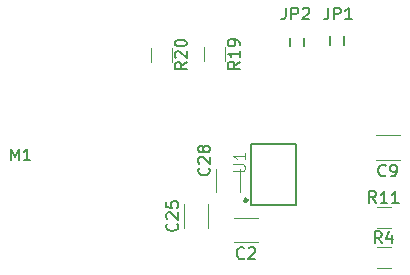
<source format=gto>
G04 #@! TF.FileFunction,Legend,Top*
%FSLAX46Y46*%
G04 Gerber Fmt 4.6, Leading zero omitted, Abs format (unit mm)*
G04 Created by KiCad (PCBNEW 4.0.4-stable) date 06/13/17 21:08:50*
%MOMM*%
%LPD*%
G01*
G04 APERTURE LIST*
%ADD10C,0.100000*%
%ADD11C,0.120000*%
%ADD12C,0.127000*%
%ADD13C,0.304800*%
%ADD14C,0.150000*%
%ADD15C,0.050000*%
G04 APERTURE END LIST*
D10*
D11*
X183900000Y-123580000D02*
X181900000Y-123580000D01*
X181900000Y-125620000D02*
X183900000Y-125620000D01*
X193900000Y-118620000D02*
X195900000Y-118620000D01*
X195900000Y-116580000D02*
X193900000Y-116580000D01*
X179720000Y-124400000D02*
X179720000Y-122400000D01*
X177680000Y-122400000D02*
X177680000Y-124400000D01*
X180380000Y-119400000D02*
X180380000Y-121400000D01*
X182420000Y-121400000D02*
X182420000Y-119400000D01*
X195150000Y-127780000D02*
X193950000Y-127780000D01*
X193950000Y-126020000D02*
X195150000Y-126020000D01*
X195150000Y-124380000D02*
X193950000Y-124380000D01*
X193950000Y-122620000D02*
X195150000Y-122620000D01*
X179380790Y-110309636D02*
X179380790Y-109109636D01*
X181140790Y-109109636D02*
X181140790Y-110309636D01*
X174877100Y-110336752D02*
X174877100Y-109136752D01*
X176637100Y-109136752D02*
X176637100Y-110336752D01*
D12*
X183293500Y-122474000D02*
X187093500Y-122474000D01*
X187093500Y-122474000D02*
X187093500Y-117274000D01*
X187093500Y-117274000D02*
X183293500Y-117274000D01*
X183293500Y-117274000D02*
X183293500Y-122474000D01*
D13*
X182993500Y-122074000D02*
G75*
G03X182993500Y-122074000I-100000J0D01*
G01*
D14*
X190000000Y-108900000D02*
X190000000Y-108200000D01*
X191200000Y-108200000D02*
X191200000Y-108900000D01*
X186600000Y-109000000D02*
X186600000Y-108300000D01*
X187800000Y-108300000D02*
X187800000Y-109000000D01*
X162970476Y-118687381D02*
X162970476Y-117687381D01*
X163303810Y-118401667D01*
X163637143Y-117687381D01*
X163637143Y-118687381D01*
X164637143Y-118687381D02*
X164065714Y-118687381D01*
X164351428Y-118687381D02*
X164351428Y-117687381D01*
X164256190Y-117830238D01*
X164160952Y-117925476D01*
X164065714Y-117973095D01*
X182733334Y-126957143D02*
X182685715Y-127004762D01*
X182542858Y-127052381D01*
X182447620Y-127052381D01*
X182304762Y-127004762D01*
X182209524Y-126909524D01*
X182161905Y-126814286D01*
X182114286Y-126623810D01*
X182114286Y-126480952D01*
X182161905Y-126290476D01*
X182209524Y-126195238D01*
X182304762Y-126100000D01*
X182447620Y-126052381D01*
X182542858Y-126052381D01*
X182685715Y-126100000D01*
X182733334Y-126147619D01*
X183114286Y-126147619D02*
X183161905Y-126100000D01*
X183257143Y-126052381D01*
X183495239Y-126052381D01*
X183590477Y-126100000D01*
X183638096Y-126147619D01*
X183685715Y-126242857D01*
X183685715Y-126338095D01*
X183638096Y-126480952D01*
X183066667Y-127052381D01*
X183685715Y-127052381D01*
X194733334Y-119957143D02*
X194685715Y-120004762D01*
X194542858Y-120052381D01*
X194447620Y-120052381D01*
X194304762Y-120004762D01*
X194209524Y-119909524D01*
X194161905Y-119814286D01*
X194114286Y-119623810D01*
X194114286Y-119480952D01*
X194161905Y-119290476D01*
X194209524Y-119195238D01*
X194304762Y-119100000D01*
X194447620Y-119052381D01*
X194542858Y-119052381D01*
X194685715Y-119100000D01*
X194733334Y-119147619D01*
X195209524Y-120052381D02*
X195400000Y-120052381D01*
X195495239Y-120004762D01*
X195542858Y-119957143D01*
X195638096Y-119814286D01*
X195685715Y-119623810D01*
X195685715Y-119242857D01*
X195638096Y-119147619D01*
X195590477Y-119100000D01*
X195495239Y-119052381D01*
X195304762Y-119052381D01*
X195209524Y-119100000D01*
X195161905Y-119147619D01*
X195114286Y-119242857D01*
X195114286Y-119480952D01*
X195161905Y-119576190D01*
X195209524Y-119623810D01*
X195304762Y-119671429D01*
X195495239Y-119671429D01*
X195590477Y-119623810D01*
X195638096Y-119576190D01*
X195685715Y-119480952D01*
X177057143Y-124042857D02*
X177104762Y-124090476D01*
X177152381Y-124233333D01*
X177152381Y-124328571D01*
X177104762Y-124471429D01*
X177009524Y-124566667D01*
X176914286Y-124614286D01*
X176723810Y-124661905D01*
X176580952Y-124661905D01*
X176390476Y-124614286D01*
X176295238Y-124566667D01*
X176200000Y-124471429D01*
X176152381Y-124328571D01*
X176152381Y-124233333D01*
X176200000Y-124090476D01*
X176247619Y-124042857D01*
X176247619Y-123661905D02*
X176200000Y-123614286D01*
X176152381Y-123519048D01*
X176152381Y-123280952D01*
X176200000Y-123185714D01*
X176247619Y-123138095D01*
X176342857Y-123090476D01*
X176438095Y-123090476D01*
X176580952Y-123138095D01*
X177152381Y-123709524D01*
X177152381Y-123090476D01*
X176152381Y-122185714D02*
X176152381Y-122661905D01*
X176628571Y-122709524D01*
X176580952Y-122661905D01*
X176533333Y-122566667D01*
X176533333Y-122328571D01*
X176580952Y-122233333D01*
X176628571Y-122185714D01*
X176723810Y-122138095D01*
X176961905Y-122138095D01*
X177057143Y-122185714D01*
X177104762Y-122233333D01*
X177152381Y-122328571D01*
X177152381Y-122566667D01*
X177104762Y-122661905D01*
X177057143Y-122709524D01*
X179757143Y-119342857D02*
X179804762Y-119390476D01*
X179852381Y-119533333D01*
X179852381Y-119628571D01*
X179804762Y-119771429D01*
X179709524Y-119866667D01*
X179614286Y-119914286D01*
X179423810Y-119961905D01*
X179280952Y-119961905D01*
X179090476Y-119914286D01*
X178995238Y-119866667D01*
X178900000Y-119771429D01*
X178852381Y-119628571D01*
X178852381Y-119533333D01*
X178900000Y-119390476D01*
X178947619Y-119342857D01*
X178947619Y-118961905D02*
X178900000Y-118914286D01*
X178852381Y-118819048D01*
X178852381Y-118580952D01*
X178900000Y-118485714D01*
X178947619Y-118438095D01*
X179042857Y-118390476D01*
X179138095Y-118390476D01*
X179280952Y-118438095D01*
X179852381Y-119009524D01*
X179852381Y-118390476D01*
X179280952Y-117819048D02*
X179233333Y-117914286D01*
X179185714Y-117961905D01*
X179090476Y-118009524D01*
X179042857Y-118009524D01*
X178947619Y-117961905D01*
X178900000Y-117914286D01*
X178852381Y-117819048D01*
X178852381Y-117628571D01*
X178900000Y-117533333D01*
X178947619Y-117485714D01*
X179042857Y-117438095D01*
X179090476Y-117438095D01*
X179185714Y-117485714D01*
X179233333Y-117533333D01*
X179280952Y-117628571D01*
X179280952Y-117819048D01*
X179328571Y-117914286D01*
X179376190Y-117961905D01*
X179471429Y-118009524D01*
X179661905Y-118009524D01*
X179757143Y-117961905D01*
X179804762Y-117914286D01*
X179852381Y-117819048D01*
X179852381Y-117628571D01*
X179804762Y-117533333D01*
X179757143Y-117485714D01*
X179661905Y-117438095D01*
X179471429Y-117438095D01*
X179376190Y-117485714D01*
X179328571Y-117533333D01*
X179280952Y-117628571D01*
X194383334Y-125702381D02*
X194050000Y-125226190D01*
X193811905Y-125702381D02*
X193811905Y-124702381D01*
X194192858Y-124702381D01*
X194288096Y-124750000D01*
X194335715Y-124797619D01*
X194383334Y-124892857D01*
X194383334Y-125035714D01*
X194335715Y-125130952D01*
X194288096Y-125178571D01*
X194192858Y-125226190D01*
X193811905Y-125226190D01*
X195240477Y-125035714D02*
X195240477Y-125702381D01*
X195002381Y-124654762D02*
X194764286Y-125369048D01*
X195383334Y-125369048D01*
X193907143Y-122302381D02*
X193573809Y-121826190D01*
X193335714Y-122302381D02*
X193335714Y-121302381D01*
X193716667Y-121302381D01*
X193811905Y-121350000D01*
X193859524Y-121397619D01*
X193907143Y-121492857D01*
X193907143Y-121635714D01*
X193859524Y-121730952D01*
X193811905Y-121778571D01*
X193716667Y-121826190D01*
X193335714Y-121826190D01*
X194859524Y-122302381D02*
X194288095Y-122302381D01*
X194573809Y-122302381D02*
X194573809Y-121302381D01*
X194478571Y-121445238D01*
X194383333Y-121540476D01*
X194288095Y-121588095D01*
X195811905Y-122302381D02*
X195240476Y-122302381D01*
X195526190Y-122302381D02*
X195526190Y-121302381D01*
X195430952Y-121445238D01*
X195335714Y-121540476D01*
X195240476Y-121588095D01*
X182363171Y-110352493D02*
X181886980Y-110685827D01*
X182363171Y-110923922D02*
X181363171Y-110923922D01*
X181363171Y-110542969D01*
X181410790Y-110447731D01*
X181458409Y-110400112D01*
X181553647Y-110352493D01*
X181696504Y-110352493D01*
X181791742Y-110400112D01*
X181839361Y-110447731D01*
X181886980Y-110542969D01*
X181886980Y-110923922D01*
X182363171Y-109400112D02*
X182363171Y-109971541D01*
X182363171Y-109685827D02*
X181363171Y-109685827D01*
X181506028Y-109781065D01*
X181601266Y-109876303D01*
X181648885Y-109971541D01*
X182363171Y-108923922D02*
X182363171Y-108733446D01*
X182315552Y-108638207D01*
X182267933Y-108590588D01*
X182125076Y-108495350D01*
X181934600Y-108447731D01*
X181553647Y-108447731D01*
X181458409Y-108495350D01*
X181410790Y-108542969D01*
X181363171Y-108638207D01*
X181363171Y-108828684D01*
X181410790Y-108923922D01*
X181458409Y-108971541D01*
X181553647Y-109019160D01*
X181791742Y-109019160D01*
X181886980Y-108971541D01*
X181934600Y-108923922D01*
X181982219Y-108828684D01*
X181982219Y-108638207D01*
X181934600Y-108542969D01*
X181886980Y-108495350D01*
X181791742Y-108447731D01*
X177859481Y-110379609D02*
X177383290Y-110712943D01*
X177859481Y-110951038D02*
X176859481Y-110951038D01*
X176859481Y-110570085D01*
X176907100Y-110474847D01*
X176954719Y-110427228D01*
X177049957Y-110379609D01*
X177192814Y-110379609D01*
X177288052Y-110427228D01*
X177335671Y-110474847D01*
X177383290Y-110570085D01*
X177383290Y-110951038D01*
X176954719Y-109998657D02*
X176907100Y-109951038D01*
X176859481Y-109855800D01*
X176859481Y-109617704D01*
X176907100Y-109522466D01*
X176954719Y-109474847D01*
X177049957Y-109427228D01*
X177145195Y-109427228D01*
X177288052Y-109474847D01*
X177859481Y-110046276D01*
X177859481Y-109427228D01*
X176859481Y-108808181D02*
X176859481Y-108712942D01*
X176907100Y-108617704D01*
X176954719Y-108570085D01*
X177049957Y-108522466D01*
X177240433Y-108474847D01*
X177478529Y-108474847D01*
X177669005Y-108522466D01*
X177764243Y-108570085D01*
X177811862Y-108617704D01*
X177859481Y-108712942D01*
X177859481Y-108808181D01*
X177811862Y-108903419D01*
X177764243Y-108951038D01*
X177669005Y-108998657D01*
X177478529Y-109046276D01*
X177240433Y-109046276D01*
X177049957Y-108998657D01*
X176954719Y-108951038D01*
X176907100Y-108903419D01*
X176859481Y-108808181D01*
D15*
X181810881Y-119595905D02*
X182620405Y-119595905D01*
X182715643Y-119548286D01*
X182763262Y-119500667D01*
X182810881Y-119405429D01*
X182810881Y-119214952D01*
X182763262Y-119119714D01*
X182715643Y-119072095D01*
X182620405Y-119024476D01*
X181810881Y-119024476D01*
X182810881Y-118024476D02*
X182810881Y-118595905D01*
X182810881Y-118310191D02*
X181810881Y-118310191D01*
X181953738Y-118405429D01*
X182048976Y-118500667D01*
X182096595Y-118595905D01*
D14*
X189866667Y-105752381D02*
X189866667Y-106466667D01*
X189819047Y-106609524D01*
X189723809Y-106704762D01*
X189580952Y-106752381D01*
X189485714Y-106752381D01*
X190342857Y-106752381D02*
X190342857Y-105752381D01*
X190723810Y-105752381D01*
X190819048Y-105800000D01*
X190866667Y-105847619D01*
X190914286Y-105942857D01*
X190914286Y-106085714D01*
X190866667Y-106180952D01*
X190819048Y-106228571D01*
X190723810Y-106276190D01*
X190342857Y-106276190D01*
X191866667Y-106752381D02*
X191295238Y-106752381D01*
X191580952Y-106752381D02*
X191580952Y-105752381D01*
X191485714Y-105895238D01*
X191390476Y-105990476D01*
X191295238Y-106038095D01*
X186266667Y-105752381D02*
X186266667Y-106466667D01*
X186219047Y-106609524D01*
X186123809Y-106704762D01*
X185980952Y-106752381D01*
X185885714Y-106752381D01*
X186742857Y-106752381D02*
X186742857Y-105752381D01*
X187123810Y-105752381D01*
X187219048Y-105800000D01*
X187266667Y-105847619D01*
X187314286Y-105942857D01*
X187314286Y-106085714D01*
X187266667Y-106180952D01*
X187219048Y-106228571D01*
X187123810Y-106276190D01*
X186742857Y-106276190D01*
X187695238Y-105847619D02*
X187742857Y-105800000D01*
X187838095Y-105752381D01*
X188076191Y-105752381D01*
X188171429Y-105800000D01*
X188219048Y-105847619D01*
X188266667Y-105942857D01*
X188266667Y-106038095D01*
X188219048Y-106180952D01*
X187647619Y-106752381D01*
X188266667Y-106752381D01*
M02*

</source>
